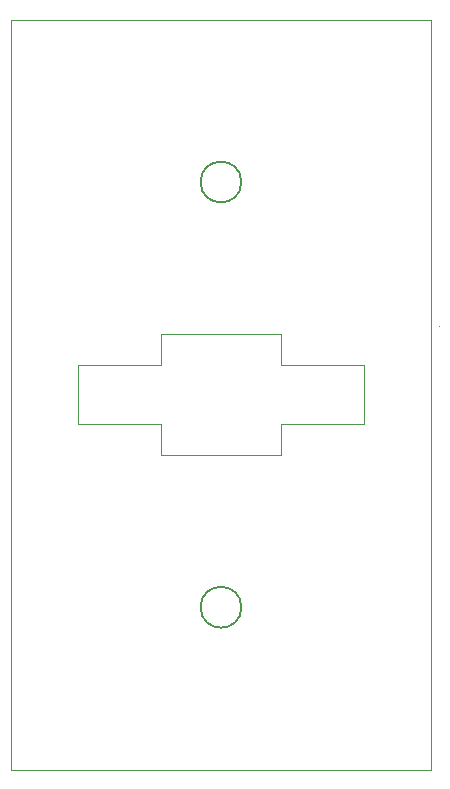
<source format=gbr>
%TF.GenerationSoftware,KiCad,Pcbnew,7.0.2*%
%TF.CreationDate,2023-09-29T19:09:54-06:00*%
%TF.ProjectId,micro-d-tes-aaray,6d696372-6f2d-4642-9d74-65732d616172,rev?*%
%TF.SameCoordinates,Original*%
%TF.FileFunction,Profile,NP*%
%FSLAX46Y46*%
G04 Gerber Fmt 4.6, Leading zero omitted, Abs format (unit mm)*
G04 Created by KiCad (PCBNEW 7.0.2) date 2023-09-29 19:09:54*
%MOMM*%
%LPD*%
G01*
G04 APERTURE LIST*
%TA.AperFunction,Profile*%
%ADD10C,0.100000*%
%TD*%
%TA.AperFunction,Profile*%
%ADD11C,0.150000*%
%TD*%
G04 APERTURE END LIST*
D10*
X12680000Y-36850000D02*
X12680000Y-34250000D01*
X22820000Y-36850000D02*
X22820000Y-34250000D01*
X12680000Y-29250000D02*
X12680000Y-26650000D01*
X0Y-63500000D02*
X35500000Y-63500000D01*
X22820000Y-34250000D02*
X29820000Y-34250000D01*
D11*
X19477000Y-49750000D02*
G75*
G03*
X19477000Y-49750000I-1727000J0D01*
G01*
D10*
X5680000Y-34250000D02*
X12680000Y-34250000D01*
X35500000Y-63500000D02*
X35500000Y0D01*
X22820000Y-26650000D02*
X12680000Y-26650000D01*
D11*
X19477000Y-13750000D02*
G75*
G03*
X19477000Y-13750000I-1727000J0D01*
G01*
D10*
X22820000Y-29250000D02*
X29820000Y-29250000D01*
X0Y0D02*
X35500000Y0D01*
X29820000Y-29250000D02*
X29820000Y-34250000D01*
X0Y-63500000D02*
X0Y0D01*
X22820000Y-29250000D02*
X22820000Y-26650000D01*
X36185000Y-25905000D02*
X36185000Y-25905000D01*
X22820000Y-36850000D02*
X12680000Y-36850000D01*
X5680000Y-29250000D02*
X5680000Y-34250000D01*
X5680000Y-29250000D02*
X12680000Y-29250000D01*
M02*

</source>
